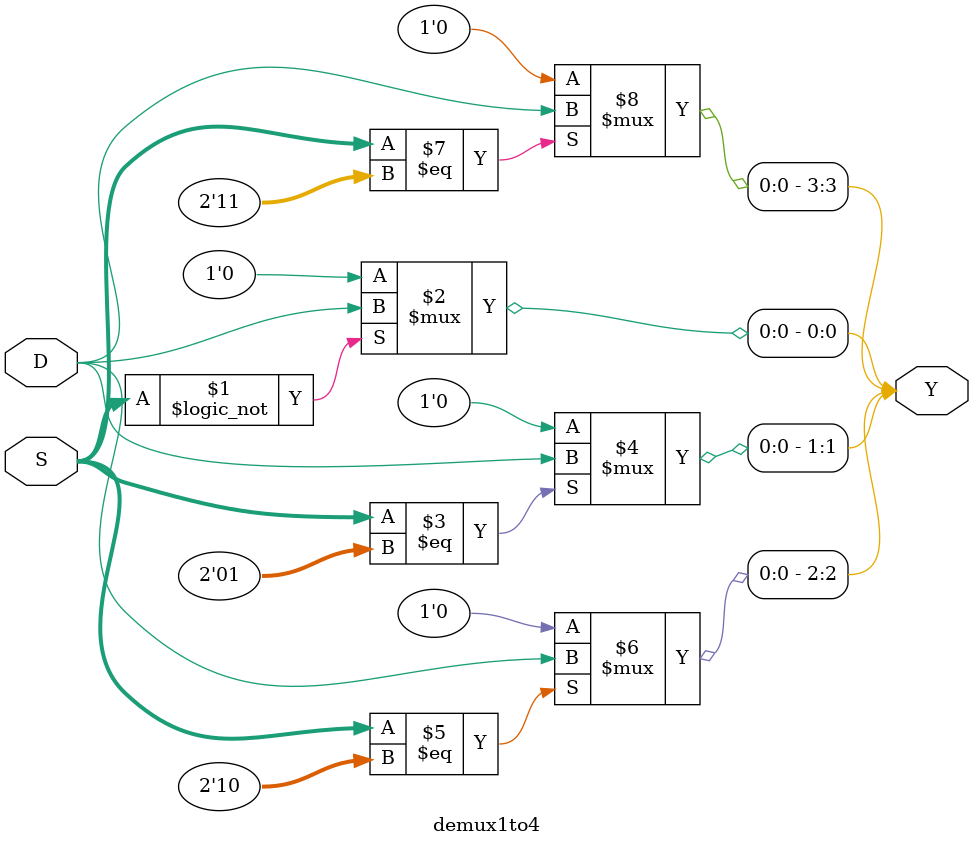
<source format=v>
module demux1to4 (
    input D,         
    input [1:0] S,   
    output [3:0] Y   
);

assign Y[0] = (S == 2'b00) ? D : 1'b0;
assign Y[1] = (S == 2'b01) ? D : 1'b0;
assign Y[2] = (S == 2'b10) ? D : 1'b0;
assign Y[3] = (S == 2'b11) ? D : 1'b0;

endmodule
</source>
